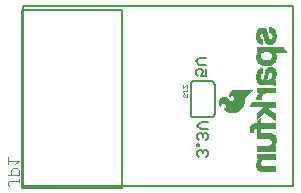
<source format=gbo>
G75*
%MOIN*%
%OFA0B0*%
%FSLAX25Y25*%
%IPPOS*%
%LPD*%
%AMOC8*
5,1,8,0,0,1.08239X$1,22.5*
%
%ADD10C,0.00800*%
%ADD11C,0.00600*%
%ADD12C,0.00100*%
%ADD13C,0.00500*%
%ADD14C,0.00300*%
D10*
X0008114Y0006500D02*
X0008114Y0066500D01*
X0098114Y0066500D01*
X0098114Y0006500D01*
X0008114Y0006500D01*
D11*
X0064114Y0030500D02*
X0064114Y0040500D01*
X0064116Y0040560D01*
X0064121Y0040621D01*
X0064130Y0040680D01*
X0064143Y0040739D01*
X0064159Y0040798D01*
X0064179Y0040855D01*
X0064202Y0040910D01*
X0064229Y0040965D01*
X0064258Y0041017D01*
X0064291Y0041068D01*
X0064327Y0041117D01*
X0064365Y0041163D01*
X0064407Y0041207D01*
X0064451Y0041249D01*
X0064497Y0041287D01*
X0064546Y0041323D01*
X0064597Y0041356D01*
X0064649Y0041385D01*
X0064704Y0041412D01*
X0064759Y0041435D01*
X0064816Y0041455D01*
X0064875Y0041471D01*
X0064934Y0041484D01*
X0064993Y0041493D01*
X0065054Y0041498D01*
X0065114Y0041500D01*
X0071114Y0041500D01*
X0071174Y0041498D01*
X0071235Y0041493D01*
X0071294Y0041484D01*
X0071353Y0041471D01*
X0071412Y0041455D01*
X0071469Y0041435D01*
X0071524Y0041412D01*
X0071579Y0041385D01*
X0071631Y0041356D01*
X0071682Y0041323D01*
X0071731Y0041287D01*
X0071777Y0041249D01*
X0071821Y0041207D01*
X0071863Y0041163D01*
X0071901Y0041117D01*
X0071937Y0041068D01*
X0071970Y0041017D01*
X0071999Y0040965D01*
X0072026Y0040910D01*
X0072049Y0040855D01*
X0072069Y0040798D01*
X0072085Y0040739D01*
X0072098Y0040680D01*
X0072107Y0040621D01*
X0072112Y0040560D01*
X0072114Y0040500D01*
X0072114Y0030500D01*
X0072112Y0030440D01*
X0072107Y0030379D01*
X0072098Y0030320D01*
X0072085Y0030261D01*
X0072069Y0030202D01*
X0072049Y0030145D01*
X0072026Y0030090D01*
X0071999Y0030035D01*
X0071970Y0029983D01*
X0071937Y0029932D01*
X0071901Y0029883D01*
X0071863Y0029837D01*
X0071821Y0029793D01*
X0071777Y0029751D01*
X0071731Y0029713D01*
X0071682Y0029677D01*
X0071631Y0029644D01*
X0071579Y0029615D01*
X0071524Y0029588D01*
X0071469Y0029565D01*
X0071412Y0029545D01*
X0071353Y0029529D01*
X0071294Y0029516D01*
X0071235Y0029507D01*
X0071174Y0029502D01*
X0071114Y0029500D01*
X0065114Y0029500D01*
X0065054Y0029502D01*
X0064993Y0029507D01*
X0064934Y0029516D01*
X0064875Y0029529D01*
X0064816Y0029545D01*
X0064759Y0029565D01*
X0064704Y0029588D01*
X0064649Y0029615D01*
X0064597Y0029644D01*
X0064546Y0029677D01*
X0064497Y0029713D01*
X0064451Y0029751D01*
X0064407Y0029793D01*
X0064365Y0029837D01*
X0064327Y0029883D01*
X0064291Y0029932D01*
X0064258Y0029983D01*
X0064229Y0030035D01*
X0064202Y0030090D01*
X0064179Y0030145D01*
X0064159Y0030202D01*
X0064143Y0030261D01*
X0064130Y0030320D01*
X0064121Y0030379D01*
X0064116Y0030440D01*
X0064114Y0030500D01*
X0067548Y0027776D02*
X0069817Y0027776D01*
X0067548Y0027776D02*
X0066414Y0026642D01*
X0067548Y0025508D01*
X0069817Y0025508D01*
X0069250Y0024093D02*
X0068683Y0024093D01*
X0068116Y0023526D01*
X0067548Y0024093D01*
X0066981Y0024093D01*
X0066414Y0023526D01*
X0066414Y0022392D01*
X0066981Y0021825D01*
X0066981Y0020550D02*
X0066414Y0020550D01*
X0066414Y0019983D01*
X0066981Y0019983D01*
X0066981Y0020550D01*
X0069250Y0021825D02*
X0069817Y0022392D01*
X0069817Y0023526D01*
X0069250Y0024093D01*
X0068116Y0023526D02*
X0068116Y0022959D01*
X0068683Y0018569D02*
X0068116Y0018001D01*
X0067548Y0018569D01*
X0066981Y0018569D01*
X0066414Y0018001D01*
X0066414Y0016867D01*
X0066981Y0016300D01*
X0068116Y0017434D02*
X0068116Y0018001D01*
X0068683Y0018569D02*
X0069250Y0018569D01*
X0069817Y0018001D01*
X0069817Y0016867D01*
X0069250Y0016300D01*
X0069317Y0043300D02*
X0067616Y0043300D01*
X0068183Y0044434D01*
X0068183Y0045001D01*
X0067616Y0045569D01*
X0066481Y0045569D01*
X0065914Y0045001D01*
X0065914Y0043867D01*
X0066481Y0043300D01*
X0069317Y0043300D02*
X0069317Y0045569D01*
X0069317Y0046983D02*
X0067048Y0046983D01*
X0065914Y0048117D01*
X0067048Y0049252D01*
X0069317Y0049252D01*
D12*
X0062815Y0040078D02*
X0062565Y0040078D01*
X0061564Y0039077D01*
X0061564Y0040078D01*
X0062815Y0040078D02*
X0063065Y0039827D01*
X0063065Y0039327D01*
X0062815Y0039077D01*
X0063065Y0038604D02*
X0063065Y0038104D01*
X0063065Y0038354D02*
X0061814Y0038354D01*
X0061564Y0038104D01*
X0061564Y0037854D01*
X0061814Y0037603D01*
X0061814Y0037131D02*
X0061564Y0036881D01*
X0061564Y0036380D01*
X0061814Y0036130D01*
X0062315Y0036380D02*
X0062565Y0036130D01*
X0062815Y0036130D01*
X0063065Y0036380D01*
X0063065Y0036881D01*
X0062815Y0037131D01*
X0062315Y0036881D02*
X0062065Y0037131D01*
X0061814Y0037131D01*
X0062315Y0036881D02*
X0062315Y0036380D01*
X0073600Y0034772D02*
X0073691Y0035103D01*
X0073844Y0035410D01*
X0074065Y0035716D01*
X0074324Y0035990D01*
X0074562Y0036160D01*
X0074834Y0036265D01*
X0075124Y0036299D01*
X0075414Y0036260D01*
X0075684Y0036150D01*
X0076377Y0035683D01*
X0076984Y0035110D01*
X0077161Y0034959D01*
X0077371Y0034859D01*
X0077600Y0034816D01*
X0077832Y0034834D01*
X0078051Y0034912D01*
X0078243Y0035043D01*
X0078394Y0035220D01*
X0078514Y0035442D01*
X0078595Y0035681D01*
X0078634Y0035930D01*
X0078620Y0036221D01*
X0078535Y0036500D01*
X0078384Y0036750D01*
X0078245Y0036882D01*
X0078074Y0036970D01*
X0077899Y0037009D01*
X0077719Y0037009D01*
X0077544Y0036970D01*
X0077477Y0036934D01*
X0077424Y0036880D01*
X0077184Y0036550D01*
X0077151Y0036488D01*
X0077137Y0036419D01*
X0077144Y0036350D01*
X0077114Y0036540D01*
X0077085Y0036910D01*
X0077114Y0037280D01*
X0077187Y0037555D01*
X0083542Y0037555D01*
X0083652Y0037654D02*
X0077235Y0037654D01*
X0077284Y0037752D02*
X0083763Y0037752D01*
X0083874Y0037851D02*
X0077344Y0037851D01*
X0077313Y0037810D02*
X0077488Y0038035D01*
X0077704Y0038220D01*
X0077992Y0038378D01*
X0078307Y0038472D01*
X0078634Y0038500D01*
X0084604Y0038500D01*
X0082444Y0036580D01*
X0082131Y0036238D01*
X0081894Y0035840D01*
X0081841Y0035693D01*
X0081814Y0035540D01*
X0081814Y0034640D01*
X0081765Y0034103D01*
X0081620Y0033584D01*
X0081384Y0033100D01*
X0081062Y0032644D01*
X0080680Y0032238D01*
X0080244Y0031890D01*
X0079582Y0031517D01*
X0078864Y0031270D01*
X0078113Y0031156D01*
X0077354Y0031180D01*
X0076945Y0031261D01*
X0076552Y0031402D01*
X0076184Y0031600D01*
X0075737Y0031956D01*
X0075374Y0032400D01*
X0075724Y0032400D01*
X0075781Y0032407D01*
X0075834Y0032430D01*
X0075979Y0032547D01*
X0076084Y0032700D01*
X0076114Y0032780D01*
X0076138Y0033005D01*
X0076097Y0033228D01*
X0075994Y0033430D01*
X0075734Y0033790D01*
X0075591Y0033957D01*
X0075424Y0034100D01*
X0075237Y0034215D01*
X0075034Y0034300D01*
X0074905Y0034325D01*
X0074774Y0034320D01*
X0074557Y0034254D01*
X0074365Y0034135D01*
X0074211Y0033970D01*
X0074104Y0033770D01*
X0074047Y0033568D01*
X0074024Y0033360D01*
X0074024Y0033120D01*
X0074014Y0033130D01*
X0073881Y0033301D01*
X0073794Y0033500D01*
X0073734Y0033640D01*
X0073694Y0033730D01*
X0073608Y0034075D01*
X0073574Y0034430D01*
X0073600Y0034772D01*
X0073607Y0034797D02*
X0081814Y0034797D01*
X0081814Y0034895D02*
X0078004Y0034895D01*
X0078171Y0034994D02*
X0081814Y0034994D01*
X0081814Y0035092D02*
X0078285Y0035092D01*
X0078369Y0035191D02*
X0081814Y0035191D01*
X0081814Y0035289D02*
X0078432Y0035289D01*
X0078485Y0035388D02*
X0081814Y0035388D01*
X0081814Y0035486D02*
X0078529Y0035486D01*
X0078562Y0035585D02*
X0081822Y0035585D01*
X0081839Y0035683D02*
X0078595Y0035683D01*
X0078611Y0035782D02*
X0081873Y0035782D01*
X0081918Y0035880D02*
X0078626Y0035880D01*
X0078632Y0035979D02*
X0081977Y0035979D01*
X0082035Y0036077D02*
X0078627Y0036077D01*
X0078622Y0036176D02*
X0082094Y0036176D01*
X0082164Y0036274D02*
X0078603Y0036274D01*
X0078573Y0036373D02*
X0082255Y0036373D01*
X0082345Y0036472D02*
X0078543Y0036472D01*
X0078492Y0036570D02*
X0082435Y0036570D01*
X0082544Y0036669D02*
X0078433Y0036669D01*
X0078366Y0036767D02*
X0082655Y0036767D01*
X0082766Y0036866D02*
X0078262Y0036866D01*
X0078085Y0036964D02*
X0082876Y0036964D01*
X0082987Y0037063D02*
X0077097Y0037063D01*
X0077105Y0037161D02*
X0083098Y0037161D01*
X0083209Y0037260D02*
X0077113Y0037260D01*
X0077135Y0037358D02*
X0083320Y0037358D01*
X0083431Y0037457D02*
X0077161Y0037457D01*
X0077187Y0037555D02*
X0077313Y0037810D01*
X0077421Y0037949D02*
X0083985Y0037949D01*
X0084096Y0038048D02*
X0077503Y0038048D01*
X0077618Y0038146D02*
X0084207Y0038146D01*
X0084318Y0038245D02*
X0077750Y0038245D01*
X0077930Y0038343D02*
X0084428Y0038343D01*
X0084539Y0038442D02*
X0078206Y0038442D01*
X0077533Y0036964D02*
X0077089Y0036964D01*
X0077089Y0036866D02*
X0077414Y0036866D01*
X0077342Y0036767D02*
X0077096Y0036767D01*
X0077104Y0036669D02*
X0077271Y0036669D01*
X0077199Y0036570D02*
X0077112Y0036570D01*
X0077125Y0036472D02*
X0077148Y0036472D01*
X0077140Y0036373D02*
X0077142Y0036373D01*
X0076480Y0035585D02*
X0073970Y0035585D01*
X0073899Y0035486D02*
X0076585Y0035486D01*
X0076689Y0035388D02*
X0073833Y0035388D01*
X0073784Y0035289D02*
X0076794Y0035289D01*
X0076898Y0035191D02*
X0073735Y0035191D01*
X0073688Y0035092D02*
X0077005Y0035092D01*
X0077120Y0034994D02*
X0073661Y0034994D01*
X0073634Y0034895D02*
X0077295Y0034895D01*
X0076375Y0035683D02*
X0074041Y0035683D01*
X0074127Y0035782D02*
X0076229Y0035782D01*
X0076083Y0035880D02*
X0074221Y0035880D01*
X0074314Y0035979D02*
X0075937Y0035979D01*
X0075791Y0036077D02*
X0074447Y0036077D01*
X0074604Y0036176D02*
X0075619Y0036176D01*
X0075305Y0036274D02*
X0074916Y0036274D01*
X0075011Y0034304D02*
X0081784Y0034304D01*
X0081775Y0034206D02*
X0075252Y0034206D01*
X0075412Y0034107D02*
X0081766Y0034107D01*
X0081739Y0034009D02*
X0075530Y0034009D01*
X0075631Y0033910D02*
X0081712Y0033910D01*
X0081684Y0033812D02*
X0075715Y0033812D01*
X0075790Y0033713D02*
X0081657Y0033713D01*
X0081629Y0033615D02*
X0075861Y0033615D01*
X0075932Y0033516D02*
X0081587Y0033516D01*
X0081539Y0033418D02*
X0076000Y0033418D01*
X0076051Y0033319D02*
X0081491Y0033319D01*
X0081443Y0033221D02*
X0076099Y0033221D01*
X0076117Y0033122D02*
X0081395Y0033122D01*
X0081331Y0033024D02*
X0076135Y0033024D01*
X0076130Y0032925D02*
X0081261Y0032925D01*
X0081191Y0032827D02*
X0076119Y0032827D01*
X0076095Y0032728D02*
X0081122Y0032728D01*
X0081049Y0032630D02*
X0076036Y0032630D01*
X0075960Y0032531D02*
X0080956Y0032531D01*
X0080863Y0032433D02*
X0075838Y0032433D01*
X0075508Y0032236D02*
X0080677Y0032236D01*
X0080770Y0032334D02*
X0075428Y0032334D01*
X0075589Y0032137D02*
X0080554Y0032137D01*
X0080430Y0032039D02*
X0075669Y0032039D01*
X0075757Y0031940D02*
X0080307Y0031940D01*
X0080158Y0031841D02*
X0075881Y0031841D01*
X0076004Y0031743D02*
X0079984Y0031743D01*
X0079809Y0031644D02*
X0076128Y0031644D01*
X0076284Y0031546D02*
X0079634Y0031546D01*
X0079380Y0031447D02*
X0076468Y0031447D01*
X0076701Y0031349D02*
X0079094Y0031349D01*
X0078736Y0031250D02*
X0077000Y0031250D01*
X0074024Y0033120D02*
X0074024Y0033120D01*
X0074022Y0033122D02*
X0074024Y0033122D01*
X0074024Y0033221D02*
X0073944Y0033221D01*
X0073873Y0033319D02*
X0074024Y0033319D01*
X0074030Y0033418D02*
X0073830Y0033418D01*
X0073787Y0033516D02*
X0074042Y0033516D01*
X0074061Y0033615D02*
X0073745Y0033615D01*
X0073702Y0033713D02*
X0074088Y0033713D01*
X0074127Y0033812D02*
X0073674Y0033812D01*
X0073649Y0033910D02*
X0074179Y0033910D01*
X0074247Y0034009D02*
X0073624Y0034009D01*
X0073605Y0034107D02*
X0074339Y0034107D01*
X0074479Y0034206D02*
X0073595Y0034206D01*
X0073586Y0034304D02*
X0074723Y0034304D01*
X0073577Y0034403D02*
X0081793Y0034403D01*
X0081802Y0034501D02*
X0073579Y0034501D01*
X0073587Y0034600D02*
X0081811Y0034600D01*
X0081814Y0034698D02*
X0073594Y0034698D01*
X0083844Y0033040D02*
X0088464Y0033040D01*
X0086224Y0030800D01*
X0086224Y0028960D01*
X0088444Y0031230D01*
X0092374Y0028610D01*
X0092364Y0030610D01*
X0089594Y0032290D01*
X0089564Y0032310D01*
X0090254Y0033020D01*
X0092404Y0033020D01*
X0092404Y0034650D01*
X0092384Y0034670D01*
X0084774Y0034670D01*
X0083844Y0033040D01*
X0083891Y0033122D02*
X0092404Y0033122D01*
X0092404Y0033024D02*
X0088448Y0033024D01*
X0088349Y0032925D02*
X0090162Y0032925D01*
X0090066Y0032827D02*
X0088251Y0032827D01*
X0088152Y0032728D02*
X0089971Y0032728D01*
X0089875Y0032630D02*
X0088054Y0032630D01*
X0087955Y0032531D02*
X0089779Y0032531D01*
X0089683Y0032433D02*
X0087857Y0032433D01*
X0087758Y0032334D02*
X0089588Y0032334D01*
X0089684Y0032236D02*
X0087660Y0032236D01*
X0087561Y0032137D02*
X0089847Y0032137D01*
X0090009Y0032039D02*
X0087463Y0032039D01*
X0087364Y0031940D02*
X0090171Y0031940D01*
X0090334Y0031841D02*
X0087266Y0031841D01*
X0087167Y0031743D02*
X0090496Y0031743D01*
X0090659Y0031644D02*
X0087068Y0031644D01*
X0086970Y0031546D02*
X0090821Y0031546D01*
X0090983Y0031447D02*
X0086871Y0031447D01*
X0086773Y0031349D02*
X0091146Y0031349D01*
X0091308Y0031250D02*
X0086674Y0031250D01*
X0086576Y0031152D02*
X0088368Y0031152D01*
X0088271Y0031053D02*
X0086477Y0031053D01*
X0086379Y0030955D02*
X0088175Y0030955D01*
X0088079Y0030856D02*
X0086280Y0030856D01*
X0086224Y0030758D02*
X0087982Y0030758D01*
X0087886Y0030659D02*
X0086224Y0030659D01*
X0086224Y0030561D02*
X0087790Y0030561D01*
X0087693Y0030462D02*
X0086224Y0030462D01*
X0086224Y0030364D02*
X0087597Y0030364D01*
X0087501Y0030265D02*
X0086224Y0030265D01*
X0086224Y0030167D02*
X0087404Y0030167D01*
X0087308Y0030068D02*
X0086224Y0030068D01*
X0086224Y0029970D02*
X0087212Y0029970D01*
X0087115Y0029871D02*
X0086224Y0029871D01*
X0086224Y0029773D02*
X0087019Y0029773D01*
X0086923Y0029674D02*
X0086224Y0029674D01*
X0086224Y0029576D02*
X0086826Y0029576D01*
X0086730Y0029477D02*
X0086224Y0029477D01*
X0086224Y0029379D02*
X0086634Y0029379D01*
X0086537Y0029280D02*
X0086224Y0029280D01*
X0086224Y0029182D02*
X0086441Y0029182D01*
X0086345Y0029083D02*
X0086224Y0029083D01*
X0086224Y0028985D02*
X0086248Y0028985D01*
X0086706Y0028492D02*
X0087268Y0028492D01*
X0087268Y0028394D02*
X0086608Y0028394D01*
X0086509Y0028295D02*
X0087269Y0028295D01*
X0087270Y0028197D02*
X0086411Y0028197D01*
X0086312Y0028098D02*
X0087270Y0028098D01*
X0087271Y0028000D02*
X0086214Y0028000D01*
X0086214Y0027460D01*
X0086034Y0027460D01*
X0085194Y0027390D01*
X0084971Y0027332D01*
X0084762Y0027234D01*
X0084574Y0027100D01*
X0084295Y0026808D01*
X0084078Y0026466D01*
X0083933Y0026089D01*
X0083864Y0025690D01*
X0083864Y0025080D01*
X0083894Y0024560D01*
X0083894Y0024550D01*
X0085084Y0024550D01*
X0085084Y0024580D01*
X0085074Y0024690D01*
X0085040Y0025055D01*
X0085074Y0025420D01*
X0085116Y0025543D01*
X0085192Y0025650D01*
X0085294Y0025730D01*
X0085473Y0025804D01*
X0085664Y0025830D01*
X0086214Y0025830D01*
X0086214Y0024660D01*
X0087264Y0024660D01*
X0087264Y0025840D01*
X0092394Y0025840D01*
X0092394Y0027480D01*
X0087274Y0027480D01*
X0087264Y0029050D01*
X0086214Y0028000D01*
X0086214Y0027901D02*
X0087271Y0027901D01*
X0087272Y0027803D02*
X0086214Y0027803D01*
X0086214Y0027704D02*
X0087273Y0027704D01*
X0087273Y0027605D02*
X0086214Y0027605D01*
X0086214Y0027507D02*
X0087274Y0027507D01*
X0087267Y0028591D02*
X0086805Y0028591D01*
X0086903Y0028689D02*
X0087266Y0028689D01*
X0087266Y0028788D02*
X0087002Y0028788D01*
X0087100Y0028886D02*
X0087265Y0028886D01*
X0087265Y0028985D02*
X0087199Y0028985D01*
X0085415Y0027408D02*
X0092394Y0027408D01*
X0092394Y0027310D02*
X0084924Y0027310D01*
X0084730Y0027211D02*
X0092394Y0027211D01*
X0092394Y0027113D02*
X0084592Y0027113D01*
X0084492Y0027014D02*
X0092394Y0027014D01*
X0092394Y0026916D02*
X0084398Y0026916D01*
X0084304Y0026817D02*
X0092394Y0026817D01*
X0092394Y0026719D02*
X0084239Y0026719D01*
X0084176Y0026620D02*
X0092394Y0026620D01*
X0092394Y0026522D02*
X0084114Y0026522D01*
X0084062Y0026423D02*
X0092394Y0026423D01*
X0092394Y0026325D02*
X0084024Y0026325D01*
X0083986Y0026226D02*
X0092394Y0026226D01*
X0092394Y0026128D02*
X0083948Y0026128D01*
X0083923Y0026029D02*
X0092394Y0026029D01*
X0092394Y0025931D02*
X0083906Y0025931D01*
X0083889Y0025832D02*
X0087264Y0025832D01*
X0087264Y0025734D02*
X0086214Y0025734D01*
X0086214Y0025635D02*
X0087264Y0025635D01*
X0087264Y0025537D02*
X0086214Y0025537D01*
X0086214Y0025438D02*
X0087264Y0025438D01*
X0087264Y0025340D02*
X0086214Y0025340D01*
X0086214Y0025241D02*
X0087264Y0025241D01*
X0087264Y0025143D02*
X0086214Y0025143D01*
X0086214Y0025044D02*
X0087264Y0025044D01*
X0087264Y0024946D02*
X0086214Y0024946D01*
X0086214Y0024847D02*
X0087264Y0024847D01*
X0087264Y0024749D02*
X0086214Y0024749D01*
X0086194Y0024080D02*
X0086194Y0022450D01*
X0090134Y0022450D01*
X0090471Y0022390D01*
X0090784Y0022250D01*
X0090936Y0022136D01*
X0091061Y0021994D01*
X0091154Y0021830D01*
X0091245Y0021549D01*
X0091278Y0021256D01*
X0091250Y0020962D01*
X0091164Y0020680D01*
X0091045Y0020469D01*
X0090881Y0020291D01*
X0090681Y0020156D01*
X0090454Y0020070D01*
X0089973Y0019980D01*
X0089484Y0019950D01*
X0086214Y0019950D01*
X0086214Y0018290D01*
X0092364Y0018290D01*
X0092364Y0019870D01*
X0091424Y0019870D01*
X0091424Y0019880D01*
X0091776Y0020158D01*
X0092085Y0020484D01*
X0092344Y0020850D01*
X0092392Y0020947D01*
X0092424Y0021050D01*
X0092512Y0021632D01*
X0092524Y0022220D01*
X0092466Y0022627D01*
X0092331Y0023015D01*
X0092124Y0023370D01*
X0092034Y0023470D01*
X0091686Y0023730D01*
X0091296Y0023922D01*
X0090877Y0024040D01*
X0090444Y0024080D01*
X0086194Y0024080D01*
X0086194Y0024059D02*
X0090671Y0024059D01*
X0091159Y0023961D02*
X0086194Y0023961D01*
X0086194Y0023862D02*
X0091418Y0023862D01*
X0091618Y0023764D02*
X0086194Y0023764D01*
X0086194Y0023665D02*
X0091773Y0023665D01*
X0091905Y0023567D02*
X0086194Y0023567D01*
X0086194Y0023468D02*
X0092036Y0023468D01*
X0092124Y0023370D02*
X0086194Y0023370D01*
X0086194Y0023271D02*
X0092182Y0023271D01*
X0092239Y0023172D02*
X0086194Y0023172D01*
X0086194Y0023074D02*
X0092297Y0023074D01*
X0092345Y0022975D02*
X0086194Y0022975D01*
X0086194Y0022877D02*
X0092379Y0022877D01*
X0092413Y0022778D02*
X0086194Y0022778D01*
X0086194Y0022680D02*
X0092448Y0022680D01*
X0092473Y0022581D02*
X0086194Y0022581D01*
X0086194Y0022483D02*
X0092487Y0022483D01*
X0092501Y0022384D02*
X0090483Y0022384D01*
X0090704Y0022286D02*
X0092515Y0022286D01*
X0092523Y0022187D02*
X0090868Y0022187D01*
X0090978Y0022089D02*
X0092521Y0022089D01*
X0092519Y0021990D02*
X0091063Y0021990D01*
X0091119Y0021892D02*
X0092517Y0021892D01*
X0092515Y0021793D02*
X0091166Y0021793D01*
X0091198Y0021695D02*
X0092513Y0021695D01*
X0092507Y0021596D02*
X0091230Y0021596D01*
X0091251Y0021498D02*
X0092492Y0021498D01*
X0092477Y0021399D02*
X0091262Y0021399D01*
X0091273Y0021301D02*
X0092462Y0021301D01*
X0092447Y0021202D02*
X0091273Y0021202D01*
X0091264Y0021104D02*
X0092432Y0021104D01*
X0092410Y0021005D02*
X0091254Y0021005D01*
X0091234Y0020907D02*
X0092372Y0020907D01*
X0092314Y0020808D02*
X0091203Y0020808D01*
X0091173Y0020710D02*
X0092245Y0020710D01*
X0092175Y0020611D02*
X0091125Y0020611D01*
X0091070Y0020513D02*
X0092105Y0020513D01*
X0092019Y0020414D02*
X0090995Y0020414D01*
X0090904Y0020316D02*
X0091925Y0020316D01*
X0091832Y0020217D02*
X0090771Y0020217D01*
X0090582Y0020119D02*
X0091726Y0020119D01*
X0091601Y0020020D02*
X0090187Y0020020D01*
X0091477Y0019922D02*
X0086214Y0019922D01*
X0086214Y0019823D02*
X0092364Y0019823D01*
X0092364Y0019725D02*
X0086214Y0019725D01*
X0086214Y0019626D02*
X0092364Y0019626D01*
X0092364Y0019528D02*
X0086214Y0019528D01*
X0086214Y0019429D02*
X0092364Y0019429D01*
X0092364Y0019331D02*
X0086214Y0019331D01*
X0086214Y0019232D02*
X0092364Y0019232D01*
X0092364Y0019134D02*
X0086214Y0019134D01*
X0086214Y0019035D02*
X0092364Y0019035D01*
X0092364Y0018937D02*
X0086214Y0018937D01*
X0086214Y0018838D02*
X0092364Y0018838D01*
X0092364Y0018739D02*
X0086214Y0018739D01*
X0086214Y0018641D02*
X0092364Y0018641D01*
X0092364Y0018542D02*
X0086214Y0018542D01*
X0086214Y0018444D02*
X0092364Y0018444D01*
X0092364Y0018345D02*
X0086214Y0018345D01*
X0086204Y0017310D02*
X0092394Y0017310D01*
X0092394Y0015650D01*
X0088704Y0015650D01*
X0088389Y0015618D01*
X0088084Y0015530D01*
X0087807Y0015381D01*
X0087574Y0015170D01*
X0087444Y0014981D01*
X0087359Y0014767D01*
X0087324Y0014540D01*
X0087304Y0014100D01*
X0087311Y0013968D01*
X0087344Y0013840D01*
X0087434Y0013659D01*
X0087563Y0013503D01*
X0087724Y0013380D01*
X0087985Y0013254D01*
X0088265Y0013176D01*
X0088554Y0013150D01*
X0092354Y0013150D01*
X0092354Y0011540D01*
X0088204Y0011540D01*
X0087760Y0011576D01*
X0087324Y0011670D01*
X0087046Y0011776D01*
X0086791Y0011928D01*
X0086564Y0012120D01*
X0086321Y0012429D01*
X0086155Y0012785D01*
X0086074Y0013170D01*
X0086054Y0013960D01*
X0086115Y0014374D01*
X0086261Y0014766D01*
X0086484Y0015120D01*
X0086648Y0015302D01*
X0086834Y0015460D01*
X0086984Y0015570D01*
X0087044Y0015620D01*
X0087066Y0015652D01*
X0087074Y0015690D01*
X0087074Y0015720D01*
X0086204Y0015720D01*
X0086204Y0017310D01*
X0086204Y0015720D01*
X0087074Y0015720D01*
X0087074Y0015690D01*
X0087073Y0015686D02*
X0092394Y0015686D01*
X0092394Y0015650D02*
X0092394Y0017310D01*
X0086204Y0017310D01*
X0086204Y0017262D02*
X0092394Y0017262D01*
X0092394Y0017163D02*
X0086204Y0017163D01*
X0086204Y0017065D02*
X0092394Y0017065D01*
X0092394Y0016966D02*
X0086204Y0016966D01*
X0086204Y0016868D02*
X0092394Y0016868D01*
X0092394Y0016769D02*
X0086204Y0016769D01*
X0086204Y0016671D02*
X0092394Y0016671D01*
X0092394Y0016572D02*
X0086204Y0016572D01*
X0086204Y0016474D02*
X0092394Y0016474D01*
X0092394Y0016375D02*
X0086204Y0016375D01*
X0086204Y0016277D02*
X0092394Y0016277D01*
X0092394Y0016178D02*
X0086204Y0016178D01*
X0086204Y0016080D02*
X0092394Y0016080D01*
X0092394Y0015981D02*
X0086204Y0015981D01*
X0086204Y0015883D02*
X0092394Y0015883D01*
X0092394Y0015784D02*
X0086204Y0015784D01*
X0086984Y0015570D02*
X0087015Y0015594D01*
X0087044Y0015620D01*
X0087005Y0015587D02*
X0088283Y0015587D01*
X0088007Y0015489D02*
X0086873Y0015489D01*
X0086752Y0015390D02*
X0087823Y0015390D01*
X0087708Y0015292D02*
X0086639Y0015292D01*
X0086550Y0015193D02*
X0087599Y0015193D01*
X0087522Y0015095D02*
X0086468Y0015095D01*
X0086406Y0014996D02*
X0087455Y0014996D01*
X0087411Y0014898D02*
X0086344Y0014898D01*
X0086281Y0014799D02*
X0087372Y0014799D01*
X0087349Y0014701D02*
X0086236Y0014701D01*
X0086200Y0014602D02*
X0087334Y0014602D01*
X0087322Y0014503D02*
X0086163Y0014503D01*
X0086127Y0014405D02*
X0087318Y0014405D01*
X0087314Y0014306D02*
X0086105Y0014306D01*
X0086091Y0014208D02*
X0087309Y0014208D01*
X0087305Y0014109D02*
X0086076Y0014109D01*
X0086062Y0014011D02*
X0087309Y0014011D01*
X0087326Y0013912D02*
X0086056Y0013912D01*
X0086058Y0013814D02*
X0087357Y0013814D01*
X0087406Y0013715D02*
X0086060Y0013715D01*
X0086063Y0013617D02*
X0087469Y0013617D01*
X0087551Y0013518D02*
X0086065Y0013518D01*
X0086068Y0013420D02*
X0087672Y0013420D01*
X0086073Y0013170D02*
X0086082Y0013092D01*
X0086095Y0013014D01*
X0086111Y0012937D01*
X0086131Y0012861D01*
X0086154Y0012785D01*
X0086181Y0012711D01*
X0086211Y0012638D01*
X0086244Y0012567D01*
X0086281Y0012497D01*
X0086320Y0012429D01*
X0086363Y0012363D01*
X0086409Y0012299D01*
X0086458Y0012237D01*
X0086509Y0012177D01*
X0086563Y0012120D01*
X0086549Y0012139D02*
X0092354Y0012139D01*
X0092354Y0012041D02*
X0086658Y0012041D01*
X0086773Y0011942D02*
X0092354Y0011942D01*
X0092354Y0011844D02*
X0086932Y0011844D01*
X0087127Y0011745D02*
X0092354Y0011745D01*
X0092354Y0011647D02*
X0087432Y0011647D01*
X0088104Y0011548D02*
X0092354Y0011548D01*
X0092354Y0011540D02*
X0092354Y0013150D01*
X0088554Y0013150D01*
X0088096Y0013223D02*
X0086073Y0013223D01*
X0086070Y0013321D02*
X0087845Y0013321D01*
X0087324Y0011670D02*
X0087247Y0011694D01*
X0087170Y0011722D01*
X0087095Y0011753D01*
X0087022Y0011788D01*
X0086950Y0011826D01*
X0086881Y0011868D01*
X0086813Y0011912D01*
X0086747Y0011960D01*
X0086684Y0012010D01*
X0086623Y0012064D01*
X0086564Y0012120D01*
X0086472Y0012238D02*
X0092354Y0012238D01*
X0092354Y0012336D02*
X0086394Y0012336D01*
X0086318Y0012435D02*
X0092354Y0012435D01*
X0092354Y0012533D02*
X0086272Y0012533D01*
X0086226Y0012632D02*
X0092354Y0012632D01*
X0092354Y0012730D02*
X0086180Y0012730D01*
X0086146Y0012829D02*
X0092354Y0012829D01*
X0092354Y0012927D02*
X0086125Y0012927D01*
X0086104Y0013026D02*
X0092354Y0013026D01*
X0092354Y0013124D02*
X0086084Y0013124D01*
X0086484Y0015120D02*
X0086536Y0015183D01*
X0086591Y0015244D01*
X0086648Y0015302D01*
X0086708Y0015357D01*
X0086770Y0015410D01*
X0086834Y0015460D01*
X0087044Y0015620D02*
X0087054Y0015632D01*
X0087063Y0015645D01*
X0087069Y0015659D01*
X0087073Y0015674D01*
X0087074Y0015690D01*
X0087324Y0011670D02*
X0087431Y0011641D01*
X0087540Y0011616D01*
X0087649Y0011594D01*
X0087759Y0011576D01*
X0087870Y0011561D01*
X0087981Y0011551D01*
X0088092Y0011544D01*
X0088204Y0011540D01*
X0092354Y0011540D01*
X0086074Y0013170D02*
X0086063Y0013302D01*
X0086056Y0013433D01*
X0086051Y0013565D01*
X0086049Y0013697D01*
X0086050Y0013828D01*
X0086054Y0013960D01*
X0087304Y0014100D02*
X0087303Y0014056D01*
X0087305Y0014012D01*
X0087311Y0013968D01*
X0087319Y0013924D01*
X0087330Y0013882D01*
X0087343Y0013840D01*
X0086055Y0013959D02*
X0086060Y0014043D01*
X0086069Y0014126D01*
X0086081Y0014209D01*
X0086097Y0014292D01*
X0086116Y0014373D01*
X0086138Y0014454D01*
X0086164Y0014534D01*
X0086193Y0014613D01*
X0086226Y0014690D01*
X0086261Y0014766D01*
X0086300Y0014840D01*
X0086342Y0014913D01*
X0086386Y0014984D01*
X0086434Y0015053D01*
X0086485Y0015120D01*
X0087325Y0014540D02*
X0087330Y0014602D01*
X0087338Y0014665D01*
X0087350Y0014726D01*
X0087366Y0014787D01*
X0087386Y0014846D01*
X0087409Y0014905D01*
X0087435Y0014961D01*
X0087465Y0015017D01*
X0087499Y0015070D01*
X0087535Y0015121D01*
X0087575Y0015169D01*
X0087724Y0013380D02*
X0087793Y0013341D01*
X0087864Y0013305D01*
X0087936Y0013273D01*
X0088010Y0013244D01*
X0088085Y0013220D01*
X0088162Y0013198D01*
X0088239Y0013181D01*
X0088317Y0013167D01*
X0088396Y0013158D01*
X0088475Y0013152D01*
X0088554Y0013150D01*
X0088084Y0015530D02*
X0088159Y0015557D01*
X0088235Y0015580D01*
X0088311Y0015601D01*
X0088389Y0015618D01*
X0088467Y0015631D01*
X0088546Y0015641D01*
X0088625Y0015647D01*
X0088704Y0015650D01*
X0088974Y0015650D02*
X0092394Y0015650D01*
X0088084Y0015530D02*
X0088020Y0015503D01*
X0087957Y0015472D01*
X0087895Y0015438D01*
X0087836Y0015401D01*
X0087779Y0015361D01*
X0087724Y0015317D01*
X0087671Y0015271D01*
X0087621Y0015222D01*
X0087574Y0015170D01*
X0087344Y0013840D02*
X0087365Y0013789D01*
X0087388Y0013739D01*
X0087415Y0013690D01*
X0087445Y0013644D01*
X0087477Y0013599D01*
X0087512Y0013556D01*
X0087550Y0013516D01*
X0087590Y0013478D01*
X0087633Y0013443D01*
X0087677Y0013410D01*
X0087724Y0013380D01*
X0088704Y0015650D02*
X0088839Y0015651D01*
X0088974Y0015650D01*
X0085084Y0024552D02*
X0083894Y0024552D01*
X0083889Y0024650D02*
X0085078Y0024650D01*
X0085069Y0024749D02*
X0083883Y0024749D01*
X0083878Y0024847D02*
X0085059Y0024847D01*
X0085050Y0024946D02*
X0083872Y0024946D01*
X0083866Y0025044D02*
X0085041Y0025044D01*
X0085048Y0025143D02*
X0083864Y0025143D01*
X0083864Y0025241D02*
X0085057Y0025241D01*
X0085067Y0025340D02*
X0083864Y0025340D01*
X0083864Y0025438D02*
X0085080Y0025438D01*
X0085114Y0025537D02*
X0083864Y0025537D01*
X0083864Y0025635D02*
X0085181Y0025635D01*
X0085303Y0025734D02*
X0083872Y0025734D01*
X0090186Y0030068D02*
X0092367Y0030068D01*
X0092367Y0029970D02*
X0090334Y0029970D01*
X0090482Y0029871D02*
X0092368Y0029871D01*
X0092368Y0029773D02*
X0090630Y0029773D01*
X0090777Y0029674D02*
X0092369Y0029674D01*
X0092369Y0029576D02*
X0090925Y0029576D01*
X0091073Y0029477D02*
X0092370Y0029477D01*
X0092370Y0029379D02*
X0091221Y0029379D01*
X0091369Y0029280D02*
X0092371Y0029280D01*
X0092371Y0029182D02*
X0091516Y0029182D01*
X0091664Y0029083D02*
X0092372Y0029083D01*
X0092372Y0028985D02*
X0091812Y0028985D01*
X0091960Y0028886D02*
X0092373Y0028886D01*
X0092373Y0028788D02*
X0092107Y0028788D01*
X0092255Y0028689D02*
X0092374Y0028689D01*
X0092366Y0030167D02*
X0090039Y0030167D01*
X0089891Y0030265D02*
X0092366Y0030265D01*
X0092365Y0030364D02*
X0089743Y0030364D01*
X0089595Y0030462D02*
X0092365Y0030462D01*
X0092364Y0030561D02*
X0089448Y0030561D01*
X0089300Y0030659D02*
X0092283Y0030659D01*
X0092120Y0030758D02*
X0089152Y0030758D01*
X0089004Y0030856D02*
X0091958Y0030856D01*
X0091795Y0030955D02*
X0088857Y0030955D01*
X0088709Y0031053D02*
X0091633Y0031053D01*
X0091471Y0031152D02*
X0088561Y0031152D01*
X0092404Y0033221D02*
X0083947Y0033221D01*
X0084003Y0033319D02*
X0092404Y0033319D01*
X0092404Y0033418D02*
X0084059Y0033418D01*
X0084116Y0033516D02*
X0092404Y0033516D01*
X0092404Y0033615D02*
X0084172Y0033615D01*
X0084228Y0033713D02*
X0092404Y0033713D01*
X0092404Y0033812D02*
X0084284Y0033812D01*
X0084341Y0033910D02*
X0092404Y0033910D01*
X0092404Y0034009D02*
X0084397Y0034009D01*
X0084453Y0034107D02*
X0092404Y0034107D01*
X0092404Y0034206D02*
X0084509Y0034206D01*
X0084565Y0034304D02*
X0092404Y0034304D01*
X0092404Y0034403D02*
X0084622Y0034403D01*
X0084678Y0034501D02*
X0092404Y0034501D01*
X0092404Y0034600D02*
X0084734Y0034600D01*
X0086094Y0035410D02*
X0087614Y0035410D01*
X0087614Y0035420D01*
X0087604Y0035480D01*
X0087554Y0035720D01*
X0087554Y0036330D01*
X0087592Y0036551D01*
X0087666Y0036763D01*
X0087774Y0036960D01*
X0088001Y0037230D01*
X0088283Y0037444D01*
X0088604Y0037590D01*
X0088935Y0037671D01*
X0089274Y0037700D01*
X0092354Y0037700D01*
X0092354Y0039340D01*
X0086494Y0039330D01*
X0086224Y0037810D01*
X0087354Y0037810D01*
X0087374Y0037770D01*
X0087354Y0037710D01*
X0087234Y0037630D01*
X0086824Y0037360D01*
X0086673Y0037235D01*
X0086554Y0037080D01*
X0086324Y0036730D01*
X0086185Y0036489D01*
X0086097Y0036226D01*
X0086064Y0035950D01*
X0086094Y0035410D01*
X0086090Y0035486D02*
X0087603Y0035486D01*
X0087582Y0035585D02*
X0086084Y0035585D01*
X0086079Y0035683D02*
X0087562Y0035683D01*
X0087554Y0035782D02*
X0086073Y0035782D01*
X0086068Y0035880D02*
X0087554Y0035880D01*
X0087554Y0035979D02*
X0086068Y0035979D01*
X0086080Y0036077D02*
X0087554Y0036077D01*
X0087554Y0036176D02*
X0086091Y0036176D01*
X0086114Y0036274D02*
X0087554Y0036274D01*
X0087562Y0036373D02*
X0086146Y0036373D01*
X0086179Y0036472D02*
X0087578Y0036472D01*
X0087598Y0036570D02*
X0086232Y0036570D01*
X0086289Y0036669D02*
X0087633Y0036669D01*
X0087668Y0036767D02*
X0086348Y0036767D01*
X0086413Y0036866D02*
X0087722Y0036866D01*
X0087778Y0036964D02*
X0086478Y0036964D01*
X0086543Y0037063D02*
X0087860Y0037063D01*
X0087943Y0037161D02*
X0086616Y0037161D01*
X0086703Y0037260D02*
X0088040Y0037260D01*
X0088170Y0037358D02*
X0086822Y0037358D01*
X0086971Y0037457D02*
X0088311Y0037457D01*
X0088527Y0037555D02*
X0087121Y0037555D01*
X0087270Y0037654D02*
X0088865Y0037654D01*
X0087368Y0037752D02*
X0092354Y0037752D01*
X0092354Y0037851D02*
X0086231Y0037851D01*
X0086249Y0037949D02*
X0092354Y0037949D01*
X0092354Y0038048D02*
X0086266Y0038048D01*
X0086284Y0038146D02*
X0092354Y0038146D01*
X0092354Y0038245D02*
X0086301Y0038245D01*
X0086319Y0038343D02*
X0092354Y0038343D01*
X0092354Y0038442D02*
X0086336Y0038442D01*
X0086354Y0038540D02*
X0092354Y0038540D01*
X0092354Y0038639D02*
X0086371Y0038639D01*
X0086389Y0038737D02*
X0092354Y0038737D01*
X0092354Y0038836D02*
X0086406Y0038836D01*
X0086424Y0038934D02*
X0092354Y0038934D01*
X0092354Y0039033D02*
X0086441Y0039033D01*
X0086459Y0039131D02*
X0092354Y0039131D01*
X0092354Y0039230D02*
X0086476Y0039230D01*
X0086494Y0039328D02*
X0092354Y0039328D01*
X0092354Y0040200D02*
X0092274Y0040230D01*
X0091757Y0040369D01*
X0091224Y0040410D01*
X0089514Y0040400D01*
X0089514Y0042010D01*
X0089844Y0042010D01*
X0090278Y0042038D01*
X0090704Y0042120D01*
X0090774Y0042140D01*
X0090879Y0042185D01*
X0091899Y0042185D01*
X0091815Y0042087D02*
X0090532Y0042087D01*
X0090879Y0042185D02*
X0090974Y0042250D01*
X0091264Y0042550D01*
X0091342Y0042673D01*
X0091394Y0042810D01*
X0091454Y0043230D01*
X0091434Y0043840D01*
X0091394Y0044032D01*
X0091309Y0044208D01*
X0091184Y0044360D01*
X0091077Y0044442D01*
X0090955Y0044500D01*
X0090824Y0044530D01*
X0090583Y0044534D01*
X0090347Y0044490D01*
X0090124Y0044400D01*
X0089998Y0044313D01*
X0089894Y0044200D01*
X0089778Y0044005D01*
X0089697Y0043793D01*
X0089654Y0043570D01*
X0089594Y0043000D01*
X0089527Y0042610D01*
X0089414Y0042230D01*
X0089372Y0042149D01*
X0089311Y0042080D01*
X0089234Y0042030D01*
X0089234Y0042010D01*
X0089474Y0042010D01*
X0089474Y0040410D01*
X0087574Y0040410D01*
X0087285Y0040446D01*
X0087013Y0040551D01*
X0086774Y0040719D01*
X0086584Y0040940D01*
X0086311Y0041453D01*
X0086144Y0042010D01*
X0086054Y0042694D01*
X0086050Y0043385D01*
X0086134Y0044070D01*
X0086266Y0044554D01*
X0086474Y0045010D01*
X0086700Y0045332D01*
X0086987Y0045601D01*
X0087324Y0045805D01*
X0087694Y0045937D01*
X0088084Y0045990D01*
X0088074Y0046000D01*
X0088074Y0044330D01*
X0088054Y0044330D01*
X0087836Y0044304D01*
X0087630Y0044228D01*
X0087448Y0044105D01*
X0087300Y0043943D01*
X0087194Y0043750D01*
X0087126Y0043519D01*
X0087104Y0043280D01*
X0087124Y0042740D01*
X0087149Y0042587D01*
X0087203Y0042442D01*
X0087284Y0042310D01*
X0087383Y0042203D01*
X0087501Y0042119D01*
X0087634Y0042060D01*
X0087849Y0042014D01*
X0088069Y0042014D01*
X0088284Y0042060D01*
X0088332Y0042081D01*
X0088374Y0042110D01*
X0088484Y0042230D01*
X0088586Y0042407D01*
X0088654Y0042600D01*
X0088744Y0043120D01*
X0088834Y0043990D01*
X0088944Y0044595D01*
X0089134Y0045180D01*
X0089278Y0045454D01*
X0089474Y0045694D01*
X0089714Y0045890D01*
X0090054Y0046059D01*
X0090424Y0046140D01*
X0090842Y0046141D01*
X0091253Y0046067D01*
X0091644Y0045920D01*
X0091834Y0045805D01*
X0092000Y0045657D01*
X0092134Y0045480D01*
X0092373Y0044980D01*
X0092494Y0044440D01*
X0092509Y0043797D01*
X0092414Y0043160D01*
X0092276Y0042752D01*
X0092063Y0042378D01*
X0091784Y0042050D01*
X0091770Y0042029D01*
X0091767Y0042004D01*
X0091774Y0041979D01*
X0091791Y0041960D01*
X0091814Y0041950D01*
X0092224Y0041860D01*
X0092334Y0041830D01*
X0092348Y0041821D01*
X0092356Y0041807D01*
X0092354Y0041790D01*
X0092354Y0040200D01*
X0092354Y0040215D02*
X0092314Y0040215D01*
X0092354Y0040313D02*
X0091964Y0040313D01*
X0092354Y0040412D02*
X0089514Y0040412D01*
X0089474Y0040412D02*
X0087557Y0040412D01*
X0087117Y0040510D02*
X0089474Y0040510D01*
X0089514Y0040510D02*
X0092354Y0040510D01*
X0092354Y0040609D02*
X0089514Y0040609D01*
X0089474Y0040609D02*
X0086930Y0040609D01*
X0086791Y0040708D02*
X0089474Y0040708D01*
X0089514Y0040708D02*
X0092354Y0040708D01*
X0092354Y0040806D02*
X0089514Y0040806D01*
X0089474Y0040806D02*
X0086700Y0040806D01*
X0086615Y0040905D02*
X0089474Y0040905D01*
X0089514Y0040905D02*
X0092354Y0040905D01*
X0092354Y0041003D02*
X0089514Y0041003D01*
X0089474Y0041003D02*
X0086551Y0041003D01*
X0086498Y0041102D02*
X0089474Y0041102D01*
X0089514Y0041102D02*
X0092354Y0041102D01*
X0092354Y0041200D02*
X0089514Y0041200D01*
X0089474Y0041200D02*
X0086446Y0041200D01*
X0086394Y0041299D02*
X0089474Y0041299D01*
X0089514Y0041299D02*
X0092354Y0041299D01*
X0092354Y0041397D02*
X0089514Y0041397D01*
X0089474Y0041397D02*
X0086341Y0041397D01*
X0086299Y0041496D02*
X0089474Y0041496D01*
X0089514Y0041496D02*
X0092354Y0041496D01*
X0092354Y0041594D02*
X0089514Y0041594D01*
X0089474Y0041594D02*
X0086269Y0041594D01*
X0086239Y0041693D02*
X0089474Y0041693D01*
X0089514Y0041693D02*
X0092354Y0041693D01*
X0092354Y0041791D02*
X0089514Y0041791D01*
X0089474Y0041791D02*
X0086210Y0041791D01*
X0086180Y0041890D02*
X0089474Y0041890D01*
X0089514Y0041890D02*
X0092089Y0041890D01*
X0091771Y0041988D02*
X0089514Y0041988D01*
X0089474Y0041988D02*
X0086151Y0041988D01*
X0086134Y0042087D02*
X0087574Y0042087D01*
X0087408Y0042185D02*
X0086121Y0042185D01*
X0086108Y0042284D02*
X0087308Y0042284D01*
X0087240Y0042382D02*
X0086095Y0042382D01*
X0086082Y0042481D02*
X0087189Y0042481D01*
X0087152Y0042579D02*
X0086069Y0042579D01*
X0086056Y0042678D02*
X0087134Y0042678D01*
X0087123Y0042776D02*
X0086053Y0042776D01*
X0086053Y0042875D02*
X0087119Y0042875D01*
X0087116Y0042973D02*
X0086052Y0042973D01*
X0086052Y0043072D02*
X0087112Y0043072D01*
X0087108Y0043170D02*
X0086051Y0043170D01*
X0086051Y0043269D02*
X0087105Y0043269D01*
X0087112Y0043367D02*
X0086050Y0043367D01*
X0086060Y0043466D02*
X0087121Y0043466D01*
X0087139Y0043564D02*
X0086072Y0043564D01*
X0086084Y0043663D02*
X0087168Y0043663D01*
X0087200Y0043761D02*
X0086096Y0043761D01*
X0086109Y0043860D02*
X0087254Y0043860D01*
X0087314Y0043958D02*
X0086121Y0043958D01*
X0086133Y0044057D02*
X0087404Y0044057D01*
X0087523Y0044155D02*
X0086157Y0044155D01*
X0086184Y0044254D02*
X0087701Y0044254D01*
X0088074Y0044352D02*
X0086211Y0044352D01*
X0086238Y0044451D02*
X0088074Y0044451D01*
X0088074Y0044549D02*
X0086265Y0044549D01*
X0086309Y0044648D02*
X0088074Y0044648D01*
X0088074Y0044746D02*
X0086354Y0044746D01*
X0086399Y0044845D02*
X0088074Y0044845D01*
X0088074Y0044943D02*
X0086444Y0044943D01*
X0086497Y0045042D02*
X0088074Y0045042D01*
X0088074Y0045141D02*
X0086566Y0045141D01*
X0086635Y0045239D02*
X0088074Y0045239D01*
X0088074Y0045338D02*
X0086706Y0045338D01*
X0086812Y0045436D02*
X0088074Y0045436D01*
X0088074Y0045535D02*
X0086917Y0045535D01*
X0087041Y0045633D02*
X0088074Y0045633D01*
X0088074Y0045732D02*
X0087202Y0045732D01*
X0087393Y0045830D02*
X0088074Y0045830D01*
X0088074Y0045929D02*
X0087671Y0045929D01*
X0087925Y0047012D02*
X0090812Y0047012D01*
X0090636Y0046937D02*
X0091148Y0047156D01*
X0091614Y0047460D01*
X0091892Y0047719D01*
X0092123Y0048021D01*
X0092298Y0048358D01*
X0092414Y0048720D01*
X0092489Y0049197D01*
X0092495Y0049681D01*
X0092434Y0050160D01*
X0092330Y0050492D01*
X0092158Y0050795D01*
X0091926Y0051055D01*
X0091644Y0051260D01*
X0090474Y0051260D01*
X0090444Y0051230D01*
X0090464Y0051230D01*
X0090502Y0051222D01*
X0090534Y0051200D01*
X0090564Y0051180D01*
X0090791Y0051059D01*
X0090985Y0050889D01*
X0091134Y0050680D01*
X0091252Y0050404D01*
X0091314Y0050110D01*
X0091317Y0049741D01*
X0091244Y0049380D01*
X0091106Y0049078D01*
X0090895Y0048821D01*
X0090625Y0048628D01*
X0090314Y0048510D01*
X0089539Y0048389D01*
X0088754Y0048390D01*
X0088362Y0048467D01*
X0087998Y0048631D01*
X0087679Y0048872D01*
X0087424Y0049180D01*
X0087317Y0049386D01*
X0087253Y0049609D01*
X0087234Y0049840D01*
X0087254Y0050270D01*
X0087286Y0050426D01*
X0087354Y0050570D01*
X0087580Y0050858D01*
X0087854Y0051100D01*
X0088141Y0051268D01*
X0088455Y0051376D01*
X0088784Y0051420D01*
X0089794Y0051410D01*
X0090104Y0051360D01*
X0090374Y0051270D01*
X0090389Y0051268D01*
X0090403Y0051274D01*
X0090412Y0051285D01*
X0090414Y0051300D01*
X0090414Y0051350D01*
X0096044Y0051350D01*
X0094574Y0052980D01*
X0086474Y0052980D01*
X0086184Y0051450D01*
X0086974Y0051460D01*
X0087004Y0051430D01*
X0087014Y0051410D01*
X0086914Y0051320D01*
X0086534Y0050970D01*
X0086416Y0050835D01*
X0086324Y0050680D01*
X0086114Y0050160D01*
X0086074Y0049970D01*
X0086064Y0049190D01*
X0086136Y0048763D01*
X0086294Y0048360D01*
X0086507Y0048005D01*
X0086764Y0047680D01*
X0087115Y0047368D01*
X0087524Y0047140D01*
X0088356Y0046875D01*
X0089222Y0046763D01*
X0090094Y0046810D01*
X0090636Y0046937D01*
X0090537Y0046914D02*
X0088234Y0046914D01*
X0088819Y0046815D02*
X0090117Y0046815D01*
X0090358Y0046126D02*
X0090928Y0046126D01*
X0091359Y0046027D02*
X0089990Y0046027D01*
X0089791Y0045929D02*
X0091621Y0045929D01*
X0091793Y0045830D02*
X0089641Y0045830D01*
X0089520Y0045732D02*
X0091916Y0045732D01*
X0092018Y0045633D02*
X0089424Y0045633D01*
X0089344Y0045535D02*
X0092093Y0045535D01*
X0092155Y0045436D02*
X0089269Y0045436D01*
X0089217Y0045338D02*
X0092202Y0045338D01*
X0092249Y0045239D02*
X0089165Y0045239D01*
X0089121Y0045141D02*
X0092296Y0045141D01*
X0092343Y0045042D02*
X0089089Y0045042D01*
X0089057Y0044943D02*
X0092381Y0044943D01*
X0092403Y0044845D02*
X0089025Y0044845D01*
X0088993Y0044746D02*
X0092425Y0044746D01*
X0092447Y0044648D02*
X0088961Y0044648D01*
X0088935Y0044549D02*
X0092470Y0044549D01*
X0092492Y0044451D02*
X0091058Y0044451D01*
X0091190Y0044352D02*
X0092496Y0044352D01*
X0092498Y0044254D02*
X0091271Y0044254D01*
X0091334Y0044155D02*
X0092501Y0044155D01*
X0092503Y0044057D02*
X0091382Y0044057D01*
X0091409Y0043958D02*
X0092505Y0043958D01*
X0092508Y0043860D02*
X0091430Y0043860D01*
X0091437Y0043761D02*
X0092504Y0043761D01*
X0092489Y0043663D02*
X0091440Y0043663D01*
X0091443Y0043564D02*
X0092474Y0043564D01*
X0092460Y0043466D02*
X0091447Y0043466D01*
X0091450Y0043367D02*
X0092445Y0043367D01*
X0092430Y0043269D02*
X0091453Y0043269D01*
X0091446Y0043170D02*
X0092416Y0043170D01*
X0092384Y0043072D02*
X0091432Y0043072D01*
X0091418Y0042973D02*
X0092351Y0042973D01*
X0092317Y0042875D02*
X0091403Y0042875D01*
X0091381Y0042776D02*
X0092284Y0042776D01*
X0092233Y0042678D02*
X0091344Y0042678D01*
X0091283Y0042579D02*
X0092177Y0042579D01*
X0092121Y0042481D02*
X0091197Y0042481D01*
X0091102Y0042382D02*
X0092066Y0042382D01*
X0091983Y0042284D02*
X0091007Y0042284D01*
X0089518Y0042579D02*
X0088647Y0042579D01*
X0088668Y0042678D02*
X0089539Y0042678D01*
X0089556Y0042776D02*
X0088685Y0042776D01*
X0088702Y0042875D02*
X0089573Y0042875D01*
X0089590Y0042973D02*
X0088719Y0042973D01*
X0088736Y0043072D02*
X0089602Y0043072D01*
X0089612Y0043170D02*
X0088749Y0043170D01*
X0088759Y0043269D02*
X0089623Y0043269D01*
X0089633Y0043367D02*
X0088770Y0043367D01*
X0088780Y0043466D02*
X0089643Y0043466D01*
X0089654Y0043564D02*
X0088790Y0043564D01*
X0088800Y0043663D02*
X0089672Y0043663D01*
X0089691Y0043761D02*
X0088811Y0043761D01*
X0088821Y0043860D02*
X0089722Y0043860D01*
X0089760Y0043958D02*
X0088831Y0043958D01*
X0088846Y0044057D02*
X0089809Y0044057D01*
X0089867Y0044155D02*
X0088864Y0044155D01*
X0088882Y0044254D02*
X0089943Y0044254D01*
X0090055Y0044352D02*
X0088900Y0044352D01*
X0088918Y0044451D02*
X0090250Y0044451D01*
X0089489Y0042481D02*
X0088612Y0042481D01*
X0088572Y0042382D02*
X0089460Y0042382D01*
X0089430Y0042284D02*
X0088515Y0042284D01*
X0088443Y0042185D02*
X0089391Y0042185D01*
X0089316Y0042087D02*
X0088340Y0042087D01*
X0087616Y0047111D02*
X0091042Y0047111D01*
X0091230Y0047209D02*
X0087400Y0047209D01*
X0087223Y0047308D02*
X0091381Y0047308D01*
X0091532Y0047406D02*
X0087072Y0047406D01*
X0086961Y0047505D02*
X0091662Y0047505D01*
X0091768Y0047603D02*
X0086850Y0047603D01*
X0086747Y0047702D02*
X0091874Y0047702D01*
X0091954Y0047800D02*
X0086669Y0047800D01*
X0086591Y0047899D02*
X0092029Y0047899D01*
X0092104Y0047997D02*
X0086513Y0047997D01*
X0086452Y0048096D02*
X0092162Y0048096D01*
X0092213Y0048194D02*
X0086393Y0048194D01*
X0086334Y0048293D02*
X0092264Y0048293D01*
X0092309Y0048391D02*
X0089555Y0048391D01*
X0090186Y0048490D02*
X0092340Y0048490D01*
X0092372Y0048588D02*
X0090521Y0048588D01*
X0090707Y0048687D02*
X0092404Y0048687D01*
X0092424Y0048785D02*
X0090845Y0048785D01*
X0090946Y0048884D02*
X0092440Y0048884D01*
X0092455Y0048982D02*
X0091027Y0048982D01*
X0091107Y0049081D02*
X0092470Y0049081D01*
X0092486Y0049179D02*
X0091152Y0049179D01*
X0091197Y0049278D02*
X0092490Y0049278D01*
X0092491Y0049377D02*
X0091243Y0049377D01*
X0091263Y0049475D02*
X0092492Y0049475D01*
X0092494Y0049574D02*
X0091283Y0049574D01*
X0091303Y0049672D02*
X0092495Y0049672D01*
X0092484Y0049771D02*
X0091316Y0049771D01*
X0091316Y0049869D02*
X0092471Y0049869D01*
X0092459Y0049968D02*
X0091315Y0049968D01*
X0091314Y0050066D02*
X0092446Y0050066D01*
X0092433Y0050165D02*
X0091303Y0050165D01*
X0091282Y0050263D02*
X0092402Y0050263D01*
X0092371Y0050362D02*
X0091261Y0050362D01*
X0091228Y0050460D02*
X0092340Y0050460D01*
X0092293Y0050559D02*
X0091186Y0050559D01*
X0091144Y0050657D02*
X0092237Y0050657D01*
X0092181Y0050756D02*
X0091080Y0050756D01*
X0091010Y0050854D02*
X0092106Y0050854D01*
X0092017Y0050953D02*
X0090913Y0050953D01*
X0090801Y0051051D02*
X0091929Y0051051D01*
X0091796Y0051150D02*
X0090621Y0051150D01*
X0090462Y0051248D02*
X0091660Y0051248D01*
X0090414Y0051347D02*
X0090144Y0051347D01*
X0088371Y0051347D02*
X0086944Y0051347D01*
X0086989Y0051445D02*
X0095958Y0051445D01*
X0095869Y0051544D02*
X0086202Y0051544D01*
X0086221Y0051642D02*
X0095780Y0051642D01*
X0095692Y0051741D02*
X0086239Y0051741D01*
X0086258Y0051839D02*
X0095603Y0051839D01*
X0095514Y0051938D02*
X0086277Y0051938D01*
X0086295Y0052036D02*
X0095425Y0052036D01*
X0095336Y0052135D02*
X0086314Y0052135D01*
X0086333Y0052233D02*
X0095247Y0052233D01*
X0095159Y0052332D02*
X0086351Y0052332D01*
X0086370Y0052430D02*
X0095070Y0052430D01*
X0094981Y0052529D02*
X0086389Y0052529D01*
X0086407Y0052627D02*
X0094892Y0052627D01*
X0094803Y0052726D02*
X0086426Y0052726D01*
X0086445Y0052824D02*
X0094714Y0052824D01*
X0094625Y0052923D02*
X0086463Y0052923D01*
X0087404Y0054060D02*
X0087624Y0053980D01*
X0087764Y0054170D01*
X0087194Y0054940D01*
X0086664Y0056600D01*
X0087114Y0058090D01*
X0088194Y0057900D01*
X0090084Y0054650D01*
X0090224Y0054580D01*
X0091534Y0055020D01*
X0091894Y0056640D01*
X0090414Y0059450D01*
X0090414Y0057930D01*
X0090434Y0057930D01*
X0090637Y0057918D01*
X0090831Y0057857D01*
X0091004Y0057750D01*
X0091186Y0057568D01*
X0091325Y0057351D01*
X0091414Y0057110D01*
X0091444Y0056880D01*
X0091444Y0056350D01*
X0091414Y0056105D01*
X0091333Y0055871D01*
X0091204Y0055660D01*
X0091084Y0055538D01*
X0090938Y0055450D01*
X0090774Y0055400D01*
X0090602Y0055393D01*
X0090435Y0055429D01*
X0090281Y0055505D01*
X0090151Y0055618D01*
X0090054Y0055760D01*
X0089866Y0056204D01*
X0089744Y0056670D01*
X0089404Y0058100D01*
X0089284Y0058418D01*
X0089116Y0058714D01*
X0088904Y0058980D01*
X0088753Y0059112D01*
X0088577Y0059210D01*
X0088384Y0059270D01*
X0087937Y0059312D01*
X0087491Y0059261D01*
X0087064Y0059120D01*
X0086859Y0059002D01*
X0086680Y0058847D01*
X0086534Y0058660D01*
X0086277Y0058155D01*
X0086115Y0057613D01*
X0086054Y0057050D01*
X0086054Y0056340D01*
X0086109Y0055792D01*
X0086254Y0055260D01*
X0086466Y0054828D01*
X0086764Y0054450D01*
X0086920Y0054313D01*
X0087094Y0054200D01*
X0087404Y0054060D01*
X0087304Y0054105D02*
X0087716Y0054105D01*
X0087739Y0054204D02*
X0087089Y0054204D01*
X0086936Y0054302D02*
X0087666Y0054302D01*
X0087594Y0054401D02*
X0086820Y0054401D01*
X0086725Y0054499D02*
X0087521Y0054499D01*
X0087448Y0054598D02*
X0086648Y0054598D01*
X0086570Y0054696D02*
X0087375Y0054696D01*
X0087302Y0054795D02*
X0086492Y0054795D01*
X0086434Y0054893D02*
X0087229Y0054893D01*
X0087178Y0054992D02*
X0086386Y0054992D01*
X0086338Y0055090D02*
X0087146Y0055090D01*
X0087057Y0055090D02*
X0087934Y0055090D01*
X0087934Y0054992D02*
X0087086Y0054992D01*
X0087114Y0054893D02*
X0087934Y0054893D01*
X0087934Y0054795D02*
X0087143Y0054795D01*
X0087144Y0054790D02*
X0086624Y0056580D01*
X0087054Y0058230D01*
X0088254Y0058020D01*
X0089284Y0056290D01*
X0090194Y0054620D01*
X0091474Y0055050D01*
X0091824Y0056600D01*
X0090414Y0059450D01*
X0090554Y0059440D01*
X0090784Y0059400D01*
X0091284Y0059230D01*
X0091519Y0059108D01*
X0091725Y0058943D01*
X0091894Y0058740D01*
X0092194Y0058270D01*
X0092351Y0057933D01*
X0092434Y0057570D01*
X0092504Y0056560D01*
X0092486Y0056038D01*
X0092414Y0055520D01*
X0092303Y0055127D01*
X0092125Y0054758D01*
X0091887Y0054426D01*
X0091594Y0054140D01*
X0091372Y0053991D01*
X0091126Y0053886D01*
X0090864Y0053830D01*
X0090454Y0053800D01*
X0090039Y0053837D01*
X0089644Y0053970D01*
X0089482Y0054069D01*
X0089344Y0054200D01*
X0089144Y0054472D01*
X0088984Y0054770D01*
X0088744Y0055422D01*
X0088594Y0056100D01*
X0088434Y0056900D01*
X0088324Y0057204D01*
X0088154Y0057480D01*
X0088029Y0057601D01*
X0087874Y0057680D01*
X0087714Y0057708D01*
X0087552Y0057687D01*
X0087404Y0057620D01*
X0087288Y0057519D01*
X0087204Y0057390D01*
X0087139Y0057214D01*
X0087104Y0057030D01*
X0087087Y0056690D01*
X0087104Y0056350D01*
X0087145Y0056147D01*
X0087222Y0055954D01*
X0087334Y0055780D01*
X0087445Y0055664D01*
X0087577Y0055573D01*
X0087724Y0055510D01*
X0087828Y0055486D01*
X0087934Y0055480D01*
X0087934Y0053950D01*
X0087654Y0053980D01*
X0087144Y0054790D01*
X0087203Y0054696D02*
X0087934Y0054696D01*
X0087934Y0054598D02*
X0087265Y0054598D01*
X0087327Y0054499D02*
X0087934Y0054499D01*
X0087934Y0054401D02*
X0087389Y0054401D01*
X0087451Y0054302D02*
X0087934Y0054302D01*
X0087934Y0054204D02*
X0087514Y0054204D01*
X0087576Y0054105D02*
X0087934Y0054105D01*
X0087934Y0054007D02*
X0087638Y0054007D01*
X0087644Y0054007D02*
X0087551Y0054007D01*
X0089024Y0054696D02*
X0090153Y0054696D01*
X0090057Y0054696D02*
X0090570Y0054696D01*
X0090420Y0054696D02*
X0092081Y0054696D01*
X0092143Y0054795D02*
X0090714Y0054795D01*
X0090863Y0054795D02*
X0090000Y0054795D01*
X0090099Y0054795D02*
X0088975Y0054795D01*
X0088939Y0054893D02*
X0090045Y0054893D01*
X0089943Y0054893D02*
X0091156Y0054893D01*
X0091007Y0054893D02*
X0092190Y0054893D01*
X0092238Y0054992D02*
X0091300Y0054992D01*
X0091450Y0054992D02*
X0089886Y0054992D01*
X0089992Y0054992D02*
X0088903Y0054992D01*
X0088866Y0055090D02*
X0089938Y0055090D01*
X0089828Y0055090D02*
X0091550Y0055090D01*
X0091483Y0055090D02*
X0092285Y0055090D01*
X0092321Y0055189D02*
X0091505Y0055189D01*
X0091572Y0055189D02*
X0089771Y0055189D01*
X0089884Y0055189D02*
X0088830Y0055189D01*
X0088794Y0055287D02*
X0089831Y0055287D01*
X0089777Y0055386D02*
X0088757Y0055386D01*
X0088730Y0055484D02*
X0089723Y0055484D01*
X0089670Y0055583D02*
X0088709Y0055583D01*
X0088687Y0055681D02*
X0089616Y0055681D01*
X0089562Y0055780D02*
X0088665Y0055780D01*
X0088643Y0055878D02*
X0089509Y0055878D01*
X0089455Y0055977D02*
X0088621Y0055977D01*
X0088600Y0056075D02*
X0089401Y0056075D01*
X0089348Y0056174D02*
X0088579Y0056174D01*
X0088560Y0056272D02*
X0089294Y0056272D01*
X0089236Y0056371D02*
X0088540Y0056371D01*
X0088520Y0056469D02*
X0089178Y0056469D01*
X0089119Y0056568D02*
X0088501Y0056568D01*
X0088481Y0056666D02*
X0089060Y0056666D01*
X0089002Y0056765D02*
X0088461Y0056765D01*
X0088442Y0056863D02*
X0088943Y0056863D01*
X0088884Y0056962D02*
X0088412Y0056962D01*
X0088376Y0057060D02*
X0088826Y0057060D01*
X0088767Y0057159D02*
X0088341Y0057159D01*
X0088291Y0057257D02*
X0088708Y0057257D01*
X0088650Y0057356D02*
X0088231Y0057356D01*
X0088170Y0057454D02*
X0088591Y0057454D01*
X0088532Y0057553D02*
X0088079Y0057553D01*
X0087930Y0057651D02*
X0088474Y0057651D01*
X0088415Y0057750D02*
X0086929Y0057750D01*
X0087011Y0057750D02*
X0086156Y0057750D01*
X0086185Y0057848D02*
X0087041Y0057848D01*
X0086955Y0057848D02*
X0088356Y0057848D01*
X0088298Y0057947D02*
X0086981Y0057947D01*
X0087071Y0057947D02*
X0086215Y0057947D01*
X0086244Y0058045D02*
X0087101Y0058045D01*
X0087006Y0058045D02*
X0088109Y0058045D01*
X0087927Y0057947D02*
X0089441Y0057947D01*
X0089464Y0057848D02*
X0088224Y0057848D01*
X0088281Y0057750D02*
X0089487Y0057750D01*
X0089511Y0057651D02*
X0088339Y0057651D01*
X0088396Y0057553D02*
X0089534Y0057553D01*
X0089558Y0057454D02*
X0088453Y0057454D01*
X0088511Y0057356D02*
X0089581Y0057356D01*
X0089605Y0057257D02*
X0088568Y0057257D01*
X0088625Y0057159D02*
X0089628Y0057159D01*
X0089651Y0057060D02*
X0088682Y0057060D01*
X0088740Y0056962D02*
X0089675Y0056962D01*
X0089698Y0056863D02*
X0088797Y0056863D01*
X0088854Y0056765D02*
X0089722Y0056765D01*
X0089745Y0056666D02*
X0088912Y0056666D01*
X0088969Y0056568D02*
X0089771Y0056568D01*
X0089796Y0056469D02*
X0089026Y0056469D01*
X0089083Y0056371D02*
X0089822Y0056371D01*
X0089848Y0056272D02*
X0089141Y0056272D01*
X0089198Y0056174D02*
X0089879Y0056174D01*
X0089920Y0056075D02*
X0089255Y0056075D01*
X0089313Y0055977D02*
X0089962Y0055977D01*
X0090004Y0055878D02*
X0089370Y0055878D01*
X0089427Y0055780D02*
X0090046Y0055780D01*
X0090108Y0055681D02*
X0089485Y0055681D01*
X0089542Y0055583D02*
X0090192Y0055583D01*
X0090323Y0055484D02*
X0089599Y0055484D01*
X0089656Y0055386D02*
X0091615Y0055386D01*
X0091550Y0055386D02*
X0092376Y0055386D01*
X0092404Y0055484D02*
X0091572Y0055484D01*
X0091637Y0055484D02*
X0090995Y0055484D01*
X0091128Y0055583D02*
X0091659Y0055583D01*
X0091594Y0055583D02*
X0092423Y0055583D01*
X0092437Y0055681D02*
X0091617Y0055681D01*
X0091681Y0055681D02*
X0091217Y0055681D01*
X0091277Y0055780D02*
X0091703Y0055780D01*
X0091639Y0055780D02*
X0092450Y0055780D01*
X0092464Y0055878D02*
X0091661Y0055878D01*
X0091725Y0055878D02*
X0091335Y0055878D01*
X0091370Y0055977D02*
X0091747Y0055977D01*
X0091683Y0055977D02*
X0092477Y0055977D01*
X0092487Y0056075D02*
X0091706Y0056075D01*
X0091769Y0056075D02*
X0091404Y0056075D01*
X0091423Y0056174D02*
X0091791Y0056174D01*
X0091728Y0056174D02*
X0092491Y0056174D01*
X0092494Y0056272D02*
X0091750Y0056272D01*
X0091812Y0056272D02*
X0091435Y0056272D01*
X0091444Y0056371D02*
X0091834Y0056371D01*
X0091772Y0056371D02*
X0092498Y0056371D01*
X0092501Y0056469D02*
X0091795Y0056469D01*
X0091856Y0056469D02*
X0091444Y0056469D01*
X0091444Y0056568D02*
X0091878Y0056568D01*
X0091817Y0056568D02*
X0092504Y0056568D01*
X0092497Y0056666D02*
X0091791Y0056666D01*
X0091880Y0056666D02*
X0091444Y0056666D01*
X0091444Y0056765D02*
X0091828Y0056765D01*
X0091742Y0056765D02*
X0092490Y0056765D01*
X0092483Y0056863D02*
X0091694Y0056863D01*
X0091777Y0056863D02*
X0091444Y0056863D01*
X0091433Y0056962D02*
X0091725Y0056962D01*
X0091645Y0056962D02*
X0092476Y0056962D01*
X0092470Y0057060D02*
X0091596Y0057060D01*
X0091673Y0057060D02*
X0091421Y0057060D01*
X0091396Y0057159D02*
X0091621Y0057159D01*
X0091548Y0057159D02*
X0092463Y0057159D01*
X0092456Y0057257D02*
X0091499Y0057257D01*
X0091569Y0057257D02*
X0091360Y0057257D01*
X0091322Y0057356D02*
X0091517Y0057356D01*
X0091450Y0057356D02*
X0092449Y0057356D01*
X0092442Y0057454D02*
X0091401Y0057454D01*
X0091465Y0057454D02*
X0091259Y0057454D01*
X0091196Y0057553D02*
X0091413Y0057553D01*
X0091353Y0057553D02*
X0092435Y0057553D01*
X0092415Y0057651D02*
X0091304Y0057651D01*
X0091361Y0057651D02*
X0091103Y0057651D01*
X0091004Y0057750D02*
X0091310Y0057750D01*
X0091255Y0057750D02*
X0092393Y0057750D01*
X0092370Y0057848D02*
X0091206Y0057848D01*
X0091258Y0057848D02*
X0090845Y0057848D01*
X0091158Y0057947D02*
X0092344Y0057947D01*
X0092298Y0058045D02*
X0091109Y0058045D01*
X0091154Y0058045D02*
X0090414Y0058045D01*
X0090414Y0057947D02*
X0091206Y0057947D01*
X0091102Y0058144D02*
X0090414Y0058144D01*
X0090414Y0058243D02*
X0091050Y0058243D01*
X0091012Y0058243D02*
X0092207Y0058243D01*
X0092253Y0058144D02*
X0091060Y0058144D01*
X0090998Y0058341D02*
X0090414Y0058341D01*
X0090414Y0058440D02*
X0090946Y0058440D01*
X0090914Y0058440D02*
X0092086Y0058440D01*
X0092023Y0058538D02*
X0090865Y0058538D01*
X0090894Y0058538D02*
X0090414Y0058538D01*
X0090414Y0058637D02*
X0090843Y0058637D01*
X0090817Y0058637D02*
X0091960Y0058637D01*
X0091897Y0058735D02*
X0090768Y0058735D01*
X0090791Y0058735D02*
X0090414Y0058735D01*
X0090414Y0058834D02*
X0090739Y0058834D01*
X0090719Y0058834D02*
X0091816Y0058834D01*
X0091734Y0058932D02*
X0090670Y0058932D01*
X0090687Y0058932D02*
X0090414Y0058932D01*
X0090414Y0059031D02*
X0090635Y0059031D01*
X0090622Y0059031D02*
X0091615Y0059031D01*
X0091478Y0059129D02*
X0090573Y0059129D01*
X0090583Y0059129D02*
X0090414Y0059129D01*
X0090414Y0059228D02*
X0090531Y0059228D01*
X0090524Y0059228D02*
X0091289Y0059228D01*
X0091001Y0059326D02*
X0090475Y0059326D01*
X0090479Y0059326D02*
X0090414Y0059326D01*
X0090414Y0059425D02*
X0090428Y0059425D01*
X0090427Y0059425D02*
X0090643Y0059425D01*
X0090963Y0058341D02*
X0092149Y0058341D01*
X0089417Y0058045D02*
X0087368Y0058045D01*
X0087546Y0058144D02*
X0087032Y0058144D01*
X0086982Y0057651D02*
X0086127Y0057651D01*
X0086109Y0057553D02*
X0086952Y0057553D01*
X0086878Y0057553D02*
X0087327Y0057553D01*
X0087246Y0057454D02*
X0086852Y0057454D01*
X0086922Y0057454D02*
X0086098Y0057454D01*
X0086087Y0057356D02*
X0086892Y0057356D01*
X0086826Y0057356D02*
X0087192Y0057356D01*
X0087155Y0057257D02*
X0086801Y0057257D01*
X0086863Y0057257D02*
X0086077Y0057257D01*
X0086066Y0057159D02*
X0086833Y0057159D01*
X0086775Y0057159D02*
X0087129Y0057159D01*
X0087110Y0057060D02*
X0086749Y0057060D01*
X0086803Y0057060D02*
X0086055Y0057060D01*
X0086054Y0056962D02*
X0086773Y0056962D01*
X0086724Y0056962D02*
X0087101Y0056962D01*
X0087096Y0056863D02*
X0086698Y0056863D01*
X0086744Y0056863D02*
X0086054Y0056863D01*
X0086054Y0056765D02*
X0086714Y0056765D01*
X0086672Y0056765D02*
X0087091Y0056765D01*
X0087088Y0056666D02*
X0086647Y0056666D01*
X0086684Y0056666D02*
X0086054Y0056666D01*
X0086054Y0056568D02*
X0086674Y0056568D01*
X0086628Y0056568D02*
X0087093Y0056568D01*
X0087098Y0056469D02*
X0086656Y0056469D01*
X0086706Y0056469D02*
X0086054Y0056469D01*
X0086054Y0056371D02*
X0086737Y0056371D01*
X0086685Y0056371D02*
X0087103Y0056371D01*
X0087120Y0056272D02*
X0086713Y0056272D01*
X0086769Y0056272D02*
X0086061Y0056272D01*
X0086071Y0056174D02*
X0086800Y0056174D01*
X0086742Y0056174D02*
X0087139Y0056174D01*
X0087174Y0056075D02*
X0086771Y0056075D01*
X0086832Y0056075D02*
X0086081Y0056075D01*
X0086091Y0055977D02*
X0086863Y0055977D01*
X0086799Y0055977D02*
X0087213Y0055977D01*
X0087271Y0055878D02*
X0086828Y0055878D01*
X0086895Y0055878D02*
X0086101Y0055878D01*
X0086112Y0055780D02*
X0086926Y0055780D01*
X0086857Y0055780D02*
X0087334Y0055780D01*
X0087429Y0055681D02*
X0086885Y0055681D01*
X0086957Y0055681D02*
X0086139Y0055681D01*
X0086166Y0055583D02*
X0086989Y0055583D01*
X0086914Y0055583D02*
X0087563Y0055583D01*
X0087863Y0055484D02*
X0086942Y0055484D01*
X0087020Y0055484D02*
X0086193Y0055484D01*
X0086220Y0055386D02*
X0087052Y0055386D01*
X0086971Y0055386D02*
X0087934Y0055386D01*
X0087934Y0055287D02*
X0087000Y0055287D01*
X0087083Y0055287D02*
X0086247Y0055287D01*
X0086289Y0055189D02*
X0087115Y0055189D01*
X0087028Y0055189D02*
X0087934Y0055189D01*
X0089077Y0054598D02*
X0092010Y0054598D01*
X0091939Y0054499D02*
X0089129Y0054499D01*
X0089197Y0054401D02*
X0091861Y0054401D01*
X0091760Y0054302D02*
X0089269Y0054302D01*
X0089341Y0054204D02*
X0091659Y0054204D01*
X0091542Y0054105D02*
X0089444Y0054105D01*
X0089584Y0054007D02*
X0091395Y0054007D01*
X0091177Y0053908D02*
X0089828Y0053908D01*
X0090348Y0053810D02*
X0090585Y0053810D01*
X0090277Y0054598D02*
X0090189Y0054598D01*
X0089714Y0055287D02*
X0091594Y0055287D01*
X0091528Y0055287D02*
X0092348Y0055287D01*
X0087473Y0057651D02*
X0086903Y0057651D01*
X0086274Y0058144D02*
X0089388Y0058144D01*
X0089350Y0058243D02*
X0086321Y0058243D01*
X0086372Y0058341D02*
X0089313Y0058341D01*
X0089272Y0058440D02*
X0086422Y0058440D01*
X0086472Y0058538D02*
X0089216Y0058538D01*
X0089160Y0058637D02*
X0086522Y0058637D01*
X0086593Y0058735D02*
X0089099Y0058735D01*
X0089021Y0058834D02*
X0086669Y0058834D01*
X0086778Y0058932D02*
X0088942Y0058932D01*
X0088846Y0059031D02*
X0086908Y0059031D01*
X0087092Y0059129D02*
X0088723Y0059129D01*
X0088521Y0059228D02*
X0087390Y0059228D01*
X0086836Y0051248D02*
X0088108Y0051248D01*
X0087939Y0051150D02*
X0086729Y0051150D01*
X0086622Y0051051D02*
X0087799Y0051051D01*
X0087687Y0050953D02*
X0086519Y0050953D01*
X0086433Y0050854D02*
X0087576Y0050854D01*
X0087499Y0050756D02*
X0086369Y0050756D01*
X0086315Y0050657D02*
X0087422Y0050657D01*
X0087349Y0050559D02*
X0086275Y0050559D01*
X0086235Y0050460D02*
X0087302Y0050460D01*
X0087273Y0050362D02*
X0086196Y0050362D01*
X0086156Y0050263D02*
X0087254Y0050263D01*
X0087249Y0050165D02*
X0086116Y0050165D01*
X0086094Y0050066D02*
X0087245Y0050066D01*
X0087240Y0049968D02*
X0086074Y0049968D01*
X0086073Y0049869D02*
X0087236Y0049869D01*
X0087240Y0049771D02*
X0086072Y0049771D01*
X0086070Y0049672D02*
X0087248Y0049672D01*
X0087263Y0049574D02*
X0086069Y0049574D01*
X0086068Y0049475D02*
X0087291Y0049475D01*
X0087322Y0049377D02*
X0086067Y0049377D01*
X0086065Y0049278D02*
X0087373Y0049278D01*
X0087424Y0049179D02*
X0086066Y0049179D01*
X0086083Y0049081D02*
X0087506Y0049081D01*
X0087588Y0048982D02*
X0086099Y0048982D01*
X0086116Y0048884D02*
X0087670Y0048884D01*
X0087794Y0048785D02*
X0086133Y0048785D01*
X0086166Y0048687D02*
X0087924Y0048687D01*
X0088092Y0048588D02*
X0086205Y0048588D01*
X0086243Y0048490D02*
X0088311Y0048490D01*
X0088748Y0048391D02*
X0086282Y0048391D01*
X0086984Y0015570D02*
X0086834Y0015460D01*
X0087324Y0014540D02*
X0087304Y0014100D01*
D13*
X0007921Y0005972D02*
X0007921Y0065028D01*
X0041386Y0065028D01*
X0041386Y0005972D01*
X0007921Y0005972D01*
D14*
X0006790Y0007730D02*
X0006790Y0008943D01*
X0006790Y0008336D02*
X0003757Y0008336D01*
X0003150Y0007730D01*
X0003150Y0007123D01*
X0003757Y0006516D01*
X0004363Y0010141D02*
X0004363Y0011961D01*
X0004970Y0012568D01*
X0006183Y0012568D01*
X0006790Y0011961D01*
X0006790Y0010141D01*
X0003150Y0010141D01*
X0003150Y0013766D02*
X0003150Y0016193D01*
X0003150Y0014980D02*
X0006790Y0014980D01*
X0005577Y0013766D01*
M02*

</source>
